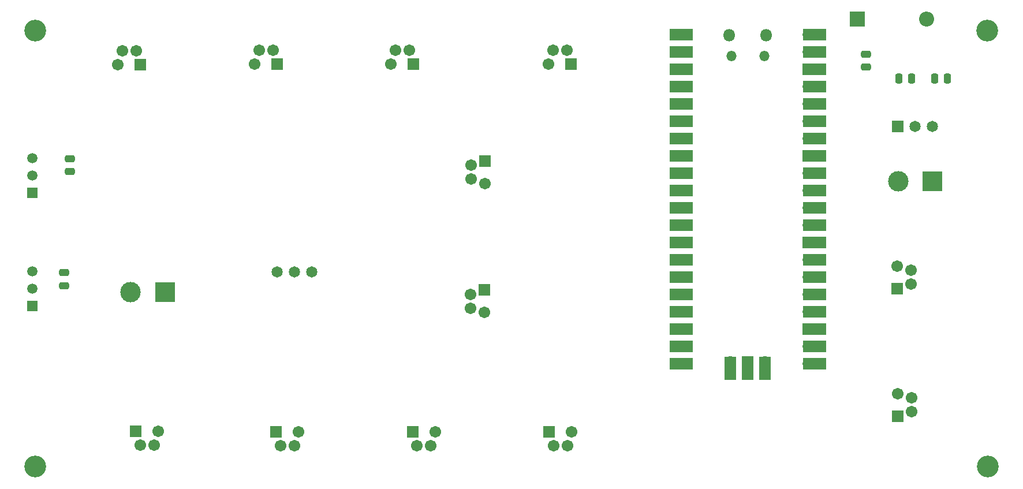
<source format=gts>
G04 #@! TF.GenerationSoftware,KiCad,Pcbnew,7.0.8*
G04 #@! TF.CreationDate,2024-12-11T20:09:02-06:00*
G04 #@! TF.ProjectId,LEC,4c45432e-6b69-4636-9164-5f7063625858,rev?*
G04 #@! TF.SameCoordinates,Original*
G04 #@! TF.FileFunction,Soldermask,Top*
G04 #@! TF.FilePolarity,Negative*
%FSLAX46Y46*%
G04 Gerber Fmt 4.6, Leading zero omitted, Abs format (unit mm)*
G04 Created by KiCad (PCBNEW 7.0.8) date 2024-12-11 20:09:02*
%MOMM*%
%LPD*%
G01*
G04 APERTURE LIST*
G04 Aperture macros list*
%AMRoundRect*
0 Rectangle with rounded corners*
0 $1 Rounding radius*
0 $2 $3 $4 $5 $6 $7 $8 $9 X,Y pos of 4 corners*
0 Add a 4 corners polygon primitive as box body*
4,1,4,$2,$3,$4,$5,$6,$7,$8,$9,$2,$3,0*
0 Add four circle primitives for the rounded corners*
1,1,$1+$1,$2,$3*
1,1,$1+$1,$4,$5*
1,1,$1+$1,$6,$7*
1,1,$1+$1,$8,$9*
0 Add four rect primitives between the rounded corners*
20,1,$1+$1,$2,$3,$4,$5,0*
20,1,$1+$1,$4,$5,$6,$7,0*
20,1,$1+$1,$6,$7,$8,$9,0*
20,1,$1+$1,$8,$9,$2,$3,0*%
G04 Aperture macros list end*
%ADD10RoundRect,0.102000X-0.754000X-0.754000X0.754000X-0.754000X0.754000X0.754000X-0.754000X0.754000X0*%
%ADD11C,1.712000*%
%ADD12R,3.000000X3.000000*%
%ADD13C,3.000000*%
%ADD14RoundRect,0.102000X0.754000X-0.754000X0.754000X0.754000X-0.754000X0.754000X-0.754000X-0.754000X0*%
%ADD15RoundRect,0.102000X-0.754000X0.754000X-0.754000X-0.754000X0.754000X-0.754000X0.754000X0.754000X0*%
%ADD16C,3.200000*%
%ADD17RoundRect,0.250000X0.250000X0.475000X-0.250000X0.475000X-0.250000X-0.475000X0.250000X-0.475000X0*%
%ADD18R,2.200000X2.200000*%
%ADD19O,2.200000X2.200000*%
%ADD20RoundRect,0.250000X-0.475000X0.250000X-0.475000X-0.250000X0.475000X-0.250000X0.475000X0.250000X0*%
%ADD21RoundRect,0.102000X0.754000X0.754000X-0.754000X0.754000X-0.754000X-0.754000X0.754000X-0.754000X0*%
%ADD22O,1.800000X1.800000*%
%ADD23O,1.500000X1.500000*%
%ADD24O,1.700000X1.700000*%
%ADD25R,3.500000X1.700000*%
%ADD26R,1.700000X1.700000*%
%ADD27R,1.700000X3.500000*%
%ADD28R,1.498600X1.498600*%
%ADD29C,1.498600*%
%ADD30R,1.651000X1.651000*%
%ADD31C,1.651000*%
%ADD32RoundRect,0.250000X-0.250000X-0.475000X0.250000X-0.475000X0.250000X0.475000X-0.250000X0.475000X0*%
G04 APERTURE END LIST*
D10*
X81435000Y-61450000D03*
D11*
X80800000Y-59420000D03*
X78135000Y-61450000D03*
X78770000Y-59420000D03*
D12*
X85000000Y-94800000D03*
D13*
X80000000Y-94800000D03*
D14*
X131900000Y-94520000D03*
D11*
X129870000Y-95155000D03*
X131900000Y-97820000D03*
X129870000Y-97185000D03*
D12*
X197600000Y-78600000D03*
D13*
X192600000Y-78600000D03*
D15*
X192500000Y-113000000D03*
D11*
X194530000Y-112365000D03*
X192500000Y-109700000D03*
X194530000Y-110335000D03*
D10*
X121475000Y-61400000D03*
D11*
X120840000Y-59370000D03*
X118175000Y-61400000D03*
X118810000Y-59370000D03*
D16*
X205600000Y-56500000D03*
D17*
X194530000Y-63500000D03*
X192630000Y-63500000D03*
D15*
X192400000Y-94300000D03*
D11*
X194430000Y-93665000D03*
X192400000Y-91000000D03*
X194430000Y-91635000D03*
D16*
X205700000Y-120400000D03*
D10*
X101475000Y-61400000D03*
D11*
X100840000Y-59370000D03*
X98175000Y-61400000D03*
X98810000Y-59370000D03*
D18*
X186520000Y-54800000D03*
D19*
X196680000Y-54800000D03*
D20*
X187800000Y-59950000D03*
X187800000Y-61850000D03*
X70200000Y-92000000D03*
X70200000Y-93900000D03*
D21*
X141385000Y-115300000D03*
D11*
X142020000Y-117330000D03*
X144685000Y-115300000D03*
X144050000Y-117330000D03*
D14*
X131917500Y-75612500D03*
D11*
X129887500Y-76247500D03*
X131917500Y-78912500D03*
X129887500Y-78277500D03*
D20*
X71050000Y-75257400D03*
X71050000Y-77157400D03*
D10*
X144600000Y-61400000D03*
D11*
X143965000Y-59370000D03*
X141300000Y-61400000D03*
X141935000Y-59370000D03*
D16*
X66000000Y-120400000D03*
D22*
X167765000Y-57200000D03*
D23*
X168065000Y-60230000D03*
X172915000Y-60230000D03*
D22*
X173215000Y-57200000D03*
D24*
X161600000Y-57070000D03*
D25*
X160700000Y-57070000D03*
D24*
X161600000Y-59610000D03*
D25*
X160700000Y-59610000D03*
D26*
X161600000Y-62150000D03*
D25*
X160700000Y-62150000D03*
D24*
X161600000Y-64690000D03*
D25*
X160700000Y-64690000D03*
D24*
X161600000Y-67230000D03*
D25*
X160700000Y-67230000D03*
D24*
X161600000Y-69770000D03*
D25*
X160700000Y-69770000D03*
D24*
X161600000Y-72310000D03*
D25*
X160700000Y-72310000D03*
D26*
X161600000Y-74850000D03*
D25*
X160700000Y-74850000D03*
D24*
X161600000Y-77390000D03*
D25*
X160700000Y-77390000D03*
D24*
X161600000Y-79930000D03*
D25*
X160700000Y-79930000D03*
D24*
X161600000Y-82470000D03*
D25*
X160700000Y-82470000D03*
D24*
X161600000Y-85010000D03*
D25*
X160700000Y-85010000D03*
D26*
X161600000Y-87550000D03*
D25*
X160700000Y-87550000D03*
D24*
X161600000Y-90090000D03*
D25*
X160700000Y-90090000D03*
D24*
X161600000Y-92630000D03*
D25*
X160700000Y-92630000D03*
D24*
X161600000Y-95170000D03*
D25*
X160700000Y-95170000D03*
D24*
X161600000Y-97710000D03*
D25*
X160700000Y-97710000D03*
D26*
X161600000Y-100250000D03*
D25*
X160700000Y-100250000D03*
D24*
X161600000Y-102790000D03*
D25*
X160700000Y-102790000D03*
D24*
X161600000Y-105330000D03*
D25*
X160700000Y-105330000D03*
D24*
X179380000Y-105330000D03*
D25*
X180280000Y-105330000D03*
D24*
X179380000Y-102790000D03*
D25*
X180280000Y-102790000D03*
D26*
X179380000Y-100250000D03*
D25*
X180280000Y-100250000D03*
D24*
X179380000Y-97710000D03*
D25*
X180280000Y-97710000D03*
D24*
X179380000Y-95170000D03*
D25*
X180280000Y-95170000D03*
D24*
X179380000Y-92630000D03*
D25*
X180280000Y-92630000D03*
D24*
X179380000Y-90090000D03*
D25*
X180280000Y-90090000D03*
D26*
X179380000Y-87550000D03*
D25*
X180280000Y-87550000D03*
D24*
X179380000Y-85010000D03*
D25*
X180280000Y-85010000D03*
D24*
X179380000Y-82470000D03*
D25*
X180280000Y-82470000D03*
D24*
X179380000Y-79930000D03*
D25*
X180280000Y-79930000D03*
D24*
X179380000Y-77390000D03*
D25*
X180280000Y-77390000D03*
D26*
X179380000Y-74850000D03*
D25*
X180280000Y-74850000D03*
D24*
X179380000Y-72310000D03*
D25*
X180280000Y-72310000D03*
D24*
X179380000Y-69770000D03*
D25*
X180280000Y-69770000D03*
D24*
X179380000Y-67230000D03*
D25*
X180280000Y-67230000D03*
D24*
X179380000Y-64690000D03*
D25*
X180280000Y-64690000D03*
D26*
X179380000Y-62150000D03*
D25*
X180280000Y-62150000D03*
D24*
X179380000Y-59610000D03*
D25*
X180280000Y-59610000D03*
D24*
X179380000Y-57070000D03*
D25*
X180280000Y-57070000D03*
D24*
X167950000Y-105100000D03*
D27*
X167950000Y-106000000D03*
D26*
X170490000Y-105100000D03*
D27*
X170490000Y-106000000D03*
D24*
X173030000Y-105100000D03*
D27*
X173030000Y-106000000D03*
D16*
X66000000Y-56500000D03*
D28*
X65564400Y-80257400D03*
D29*
X65564400Y-77717400D03*
X65564400Y-75177400D03*
D21*
X80765000Y-115270000D03*
D11*
X81400000Y-117300000D03*
X84065000Y-115270000D03*
X83430000Y-117300000D03*
D30*
X192500000Y-70500000D03*
D31*
X195040000Y-70500000D03*
X197580000Y-70500000D03*
D32*
X197880000Y-63500000D03*
X199780000Y-63500000D03*
D28*
X65564400Y-96840000D03*
D29*
X65564400Y-94300000D03*
X65564400Y-91760000D03*
D21*
X121335000Y-115300000D03*
D11*
X121970000Y-117330000D03*
X124635000Y-115300000D03*
X124000000Y-117330000D03*
D21*
X101335000Y-115300000D03*
D11*
X101970000Y-117330000D03*
X104635000Y-115300000D03*
X104000000Y-117330000D03*
D31*
X101449000Y-91900000D03*
X103989000Y-91900000D03*
X106529000Y-91900000D03*
M02*

</source>
